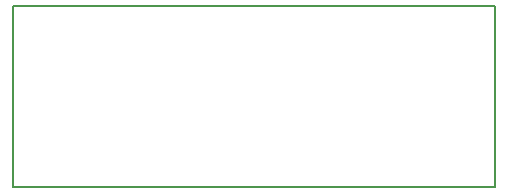
<source format=gbo>
G04 MADE WITH FRITZING*
G04 WWW.FRITZING.ORG*
G04 DOUBLE SIDED*
G04 HOLES PLATED*
G04 CONTOUR ON CENTER OF CONTOUR VECTOR*
%ASAXBY*%
%FSLAX23Y23*%
%MOIN*%
%OFA0B0*%
%SFA1.0B1.0*%
%ADD10R,1.613690X0.612776X1.597690X0.596776*%
%ADD11C,0.008000*%
%LNSILK0*%
G90*
G70*
G54D11*
X4Y609D02*
X1610Y609D01*
X1610Y4D01*
X4Y4D01*
X4Y609D01*
D02*
G04 End of Silk0*
M02*
</source>
